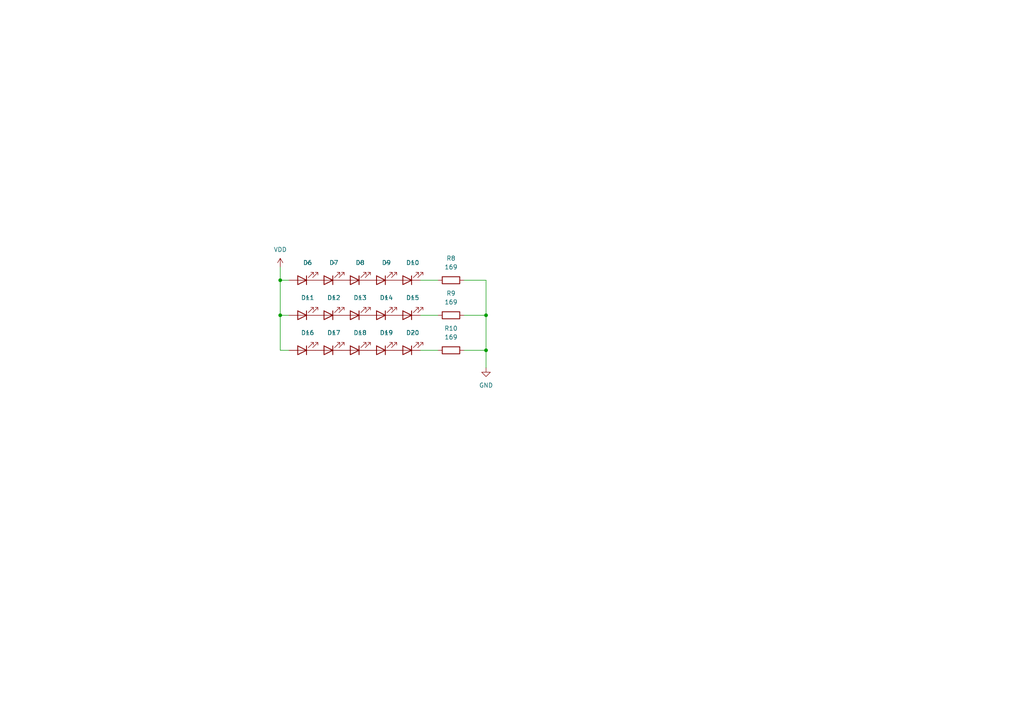
<source format=kicad_sch>
(kicad_sch (version 20230121) (generator eeschema)
  (paper "A4")
  (lib_symbols
    (symbol "Device:LED" (pin_numbers hide) (pin_names (offset 1.016) hide)
      (property "Reference" "D" (at 0 2.54 0))
      (property "Value" "LED" (at 0 -2.54 0))
      (symbol "LED_0_1"
        (polyline (pts (xy -1.27 -1.27) (xy -1.27 1.27)) (stroke (width 0.254)))
        (polyline (pts (xy -1.27 0) (xy 1.27 0)))
        (polyline (pts (xy 1.27 -1.27) (xy 1.27 1.27) (xy -1.27 0) (xy 1.27 -1.27)) (stroke (width 0.254)))
        (polyline (pts (xy -3.048 -0.762) (xy -4.572 -2.286) (xy -3.81 -2.286) (xy -4.572 -2.286) (xy -4.572 -1.524)))
        (polyline (pts (xy -1.778 -0.762) (xy -3.302 -2.286) (xy -2.54 -2.286) (xy -3.302 -2.286) (xy -3.302 -1.524)))
      )
      (symbol "LED_1_1"
        (pin passive line (at -3.81 0 0) (length 2.54) (name "K") (number "1"))
        (pin passive line (at 3.81 0 180) (length 2.54) (name "A") (number "2"))
      )
    )
    (symbol "Device:R" (pin_numbers hide) (pin_names (offset 0))
      (property "Reference" "R" (at 2.032 0 90))
      (property "Value" "R" (at 0 0 90))
      (symbol "R_0_1"
        (rectangle (start -1.016 -2.54) (end 1.016 2.54) (stroke (width 0.254)))
      )
      (symbol "R_1_1"
        (pin passive line (at 0 3.81 270) (length 1.27) (name "~") (number "1"))
        (pin passive line (at 0 -3.81 90) (length 1.27) (name "~") (number "2"))
      )
    )
    (symbol "power:GND" (power) (pin_names (offset 0))
      (property "Value" "GND" (at 0 -3.81 0))
      (symbol "GND_0_1"
        (polyline (pts (xy 0 0) (xy 0 -1.27) (xy 1.27 -1.27) (xy 0 -2.54) (xy -1.27 -1.27) (xy 0 -1.27)))
      )
      (symbol "GND_1_1"
        (pin power_in line (at 0 0 270) (length 0) hide (name "GND") (number "1"))
      )
    )
    (symbol "power:VDD" (power) (pin_names (offset 0))
      (property "Value" "VDD" (at 0 3.81 0))
      (symbol "VDD_0_1"
        (polyline (pts (xy -0.762 1.27) (xy 0 2.54)))
        (polyline (pts (xy 0 0) (xy 0 2.54)))
        (polyline (pts (xy 0 2.54) (xy 0.762 1.27)))
      )
      (symbol "VDD_1_1"
        (pin power_in line (at 0 0 90) (length 0) hide (name "VDD") (number "1"))
      )
    )
  )
  (junction (at 140.97 101.6))
  (junction (at 140.97 91.44))
  (junction (at 81.28 81.28))
  (junction (at 81.28 91.44))
  (wire (pts (xy 134.62 91.44) (xy 140.97 91.44)))
  (wire (pts (xy 81.28 81.28) (xy 81.28 77.47)))
  (wire (pts (xy 127 91.44) (xy 121.92 91.44)))
  (wire (pts (xy 83.82 101.6) (xy 81.28 101.6)))
  (wire (pts (xy 134.62 101.6) (xy 140.97 101.6)))
  (wire (pts (xy 81.28 91.44) (xy 81.28 81.28)))
  (wire (pts (xy 134.62 81.28) (xy 140.97 81.28)))
  (wire (pts (xy 140.97 101.6) (xy 140.97 106.68)))
  (wire (pts (xy 127 81.28) (xy 121.92 81.28)))
  (wire (pts (xy 83.82 91.44) (xy 81.28 91.44)))
  (wire (pts (xy 81.28 81.28) (xy 83.82 81.28)))
  (wire (pts (xy 140.97 91.44) (xy 140.97 101.6)))
  (wire (pts (xy 140.97 81.28) (xy 140.97 91.44)))
  (wire (pts (xy 127 101.6) (xy 121.92 101.6)))
  (wire (pts (xy 81.28 101.6) (xy 81.28 91.44)))
  (symbol (lib_id "Device:LED") (at 87.63 101.6 180) (unit 1)
    (property "Reference" "D16" (at 89.2175 96.52 0))
    (property "Value" "~" (at 89.2175 96.52 0))
    (property "Footprint" "FlashlightLib:SMD3014" (effects hide))
    (property "LCSC" "C210336" (effects hide))
    (instances (project "flashlight" (path "" (reference "D16") (unit 1)) (path "" (reference "D8") (unit 1))))
  )
  (symbol (lib_id "Device:LED") (at 118.11 101.6 180) (unit 1)
    (property "Reference" "D20" (at 119.6975 96.52 0))
    (property "Value" "~" (at 119.6975 96.52 0))
    (property "Footprint" "FlashlightLib:SMD3014" (effects hide))
    (property "LCSC" "C210336" (effects hide))
  )
  (symbol (lib_id "Device:LED") (at 95.25 91.44 180) (unit 1)
    (property "Reference" "D12" (at 96.8375 86.36 0))
    (property "Value" "~" (at 96.8375 86.36 0))
    (property "Footprint" "FlashlightLib:SMD3014" (effects hide))
    (property "LCSC" "C210336" (effects hide))
    (instances (project "flashlight" (path "" (reference "D12") (unit 1)) (path "" (reference "D10") (unit 1))))
  )
  (symbol (lib_id "Device:LED") (at 102.87 81.28 180) (unit 1)
    (property "Reference" "D8" (at 104.4575 76.2 0))
    (property "Value" "~" (at 104.4575 76.2 0))
    (property "Footprint" "FlashlightLib:SMD3014" (effects hide))
    (property "LCSC" "C210336" (effects hide))
    (instances (project "flashlight" (path "" (reference "D8") (unit 1)) (path "" (reference "D12") (unit 1))))
  )
  (symbol (lib_id "Device:R") (at 130.81 81.28 90) (unit 1)
    (property "Reference" "R8" (at 130.81 74.93 90))
    (property "Value" "169" (at 130.81 77.47 90))
    (property "Footprint" "Resistor_SMD:R_0805_2012Metric_Pad1.20x1.40mm_HandSolder" (effects hide))
    (property "LCSC" "C104030" (effects hide))
    (instances (project "flashlight" (path "" (reference "R8") (unit 1)) (path "" (reference "R5") (unit 1))))
  )
  (symbol (lib_id "Device:LED") (at 95.25 81.28 180) (unit 1)
    (property "Reference" "D7" (at 96.8375 76.2 0))
    (property "Value" "~" (at 96.8375 76.2 0))
    (property "Footprint" "FlashlightLib:SMD3014" (effects hide))
    (property "LCSC" "C210336" (effects hide))
    (instances (project "flashlight" (path "" (reference "D7") (unit 1)) (path "" (reference "D9") (unit 1))))
  )
  (symbol (lib_id "Device:LED") (at 102.87 91.44 180) (unit 1)
    (property "Reference" "D13" (at 104.4575 86.36 0))
    (property "Value" "~" (at 104.4575 86.36 0))
    (property "Footprint" "FlashlightLib:SMD3014" (effects hide))
    (property "LCSC" "C210336" (effects hide))
  )
  (symbol (lib_id "Device:LED") (at 87.63 91.44 180) (unit 1)
    (property "Reference" "D11" (at 89.2175 86.36 0))
    (property "Value" "~" (at 89.2175 86.36 0))
    (property "Footprint" "FlashlightLib:SMD3014" (effects hide))
    (property "LCSC" "C210336" (effects hide))
    (instances (project "flashlight" (path "" (reference "D11") (unit 1)) (path "" (reference "D7") (unit 1))))
  )
  (symbol (lib_id "Device:LED") (at 102.87 101.6 180) (unit 1)
    (property "Reference" "D18" (at 104.4575 96.52 0))
    (property "Value" "~" (at 104.4575 96.52 0))
    (property "Footprint" "FlashlightLib:SMD3014" (effects hide))
    (property "LCSC" "C210336" (effects hide))
    (instances (project "flashlight" (path "" (reference "D18") (unit 1)) (path "" (reference "D14") (unit 1))))
  )
  (symbol (lib_id "Device:LED") (at 110.49 81.28 180) (unit 1)
    (property "Reference" "D9" (at 112.0775 76.2 0))
    (property "Value" "~" (at 112.0775 76.2 0))
    (property "Footprint" "FlashlightLib:SMD3014" (effects hide))
    (property "LCSC" "C210336" (effects hide))
    (instances (project "flashlight" (path "" (reference "D9") (unit 1)) (path "" (reference "D15") (unit 1))))
  )
  (symbol (lib_id "Device:LED") (at 110.49 91.44 180) (unit 1)
    (property "Reference" "D14" (at 112.0775 86.36 0))
    (property "Value" "~" (at 112.0775 86.36 0))
    (property "Footprint" "FlashlightLib:SMD3014" (effects hide))
    (property "LCSC" "C210336" (effects hide))
    (instances (project "flashlight" (path "" (reference "D14") (unit 1)) (path "" (reference "D16") (unit 1))))
  )
  (symbol (lib_id "power:GND") (at 140.97 106.68 0) (unit 1)
    (property "Reference" "#PWR017" (effects hide))
    (property "Value" "GND" (at 140.97 111.76 0))
  )
  (symbol (lib_id "Device:LED") (at 118.11 91.44 180) (unit 1)
    (property "Reference" "D15" (at 119.6975 86.36 0))
    (property "Value" "~" (at 119.6975 86.36 0))
    (property "Footprint" "FlashlightLib:SMD3014" (effects hide))
    (property "LCSC" "C210336" (effects hide))
    (instances (project "flashlight" (path "" (reference "D15") (unit 1)) (path "" (reference "D19") (unit 1))))
  )
  (symbol (lib_id "Device:R") (at 130.81 91.44 90) (unit 1)
    (property "Reference" "R9" (at 130.81 85.09 90))
    (property "Value" "169" (at 130.81 87.63 90))
    (property "Footprint" "Resistor_SMD:R_0805_2012Metric_Pad1.20x1.40mm_HandSolder" (effects hide))
    (property "LCSC" "C104030" (effects hide))
    (instances (project "flashlight" (path "" (reference "R9") (unit 1)) (path "" (reference "R8") (unit 1))))
  )
  (symbol (lib_id "power:VDD") (at 81.28 77.47 0) (unit 1)
    (property "Reference" "#PWR015" (effects hide))
    (property "Value" "VDD" (at 81.28 72.39 0))
  )
  (symbol (lib_id "Device:LED") (at 118.11 81.28 180) (unit 1)
    (property "Reference" "D10" (at 119.6975 76.2 0))
    (property "Value" "~" (at 119.6975 76.2 0))
    (property "Footprint" "FlashlightLib:SMD3014" (effects hide))
    (property "LCSC" "C210336" (effects hide))
    (instances (project "flashlight" (path "" (reference "D10") (unit 1)) (path "" (reference "D18") (unit 1))))
  )
  (symbol (lib_id "Device:R") (at 130.81 101.6 90) (unit 1)
    (property "Reference" "R10" (at 130.81 95.25 90))
    (property "Value" "169" (at 130.81 97.79 90))
    (property "Footprint" "Resistor_SMD:R_0805_2012Metric_Pad1.20x1.40mm_HandSolder" (effects hide))
    (property "LCSC" "C104030" (effects hide))
    (instances (project "flashlight" (path "" (reference "R10") (unit 1)) (path "" (reference "R9") (unit 1))))
  )
  (symbol (lib_id "Device:LED") (at 110.49 101.6 180) (unit 1)
    (property "Reference" "D19" (at 112.0775 96.52 0))
    (property "Value" "~" (at 112.0775 96.52 0))
    (property "Footprint" "FlashlightLib:SMD3014" (effects hide))
    (property "LCSC" "C210336" (effects hide))
    (instances (project "flashlight" (path "" (reference "D19") (unit 1)) (path "" (reference "D17") (unit 1))))
  )
  (symbol (lib_id "Device:LED") (at 87.63 81.28 180) (unit 1)
    (property "Reference" "D6" (at 89.2175 76.2 0))
    (property "Value" "~" (at 89.2175 76.2 0))
    (property "Footprint" "FlashlightLib:SMD3014" (effects hide))
    (property "LCSC" "C210336" (effects hide))
  )
  (symbol (lib_id "Device:LED") (at 95.25 101.6 180) (unit 1)
    (property "Reference" "D17" (at 96.8375 96.52 0))
    (property "Value" "~" (at 96.8375 96.52 0))
    (property "Footprint" "FlashlightLib:SMD3014" (effects hide))
    (property "LCSC" "C210336" (effects hide))
    (instances (project "flashlight" (path "" (reference "D17") (unit 1)) (path "" (reference "D11") (unit 1))))
  )
)
</source>
